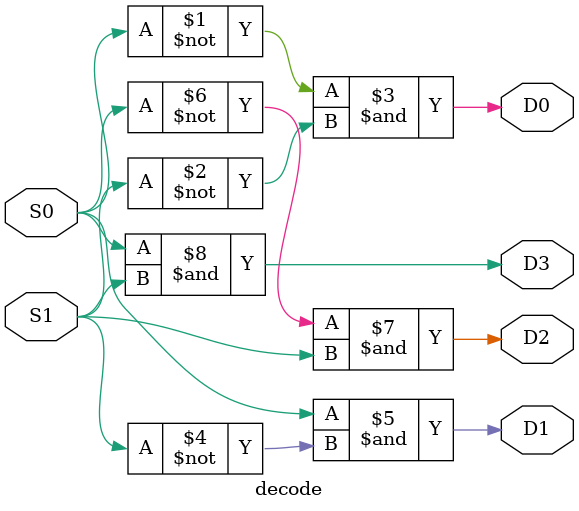
<source format=v>
module decode(D0,D1,D2,D3,S0,S1);
    input S0,S1;
    output D0,D1,D2,D3;
    and G1(D0,~S0,~S1);
    and G2(D1,S0,~S1);
    and G3(D2,~S0,S1);
    and G4(D3,S0,S1);
endmodule

</source>
